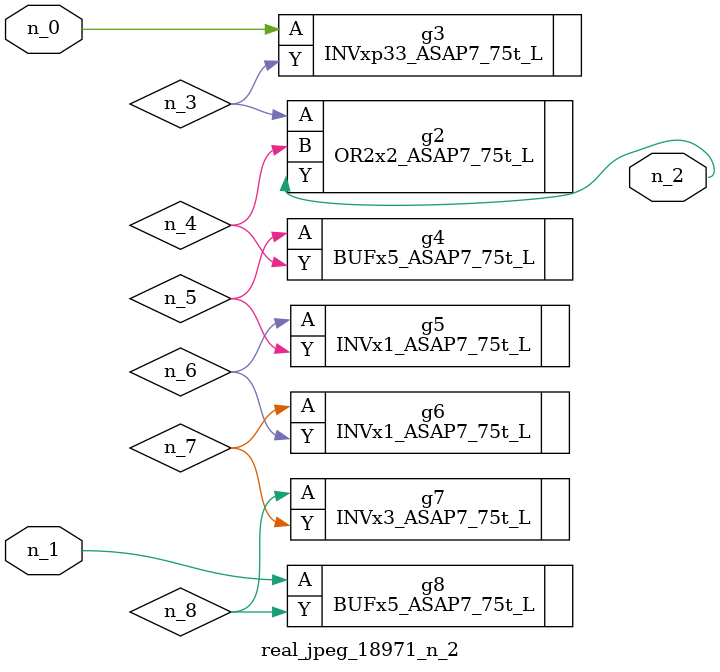
<source format=v>
module real_jpeg_18971_n_2 (n_1, n_0, n_2);

input n_1;
input n_0;

output n_2;

wire n_5;
wire n_4;
wire n_8;
wire n_6;
wire n_7;
wire n_3;

INVxp33_ASAP7_75t_L g3 ( 
.A(n_0),
.Y(n_3)
);

BUFx5_ASAP7_75t_L g8 ( 
.A(n_1),
.Y(n_8)
);

OR2x2_ASAP7_75t_L g2 ( 
.A(n_3),
.B(n_4),
.Y(n_2)
);

BUFx5_ASAP7_75t_L g4 ( 
.A(n_5),
.Y(n_4)
);

INVx1_ASAP7_75t_L g5 ( 
.A(n_6),
.Y(n_5)
);

INVx1_ASAP7_75t_L g6 ( 
.A(n_7),
.Y(n_6)
);

INVx3_ASAP7_75t_L g7 ( 
.A(n_8),
.Y(n_7)
);


endmodule
</source>
